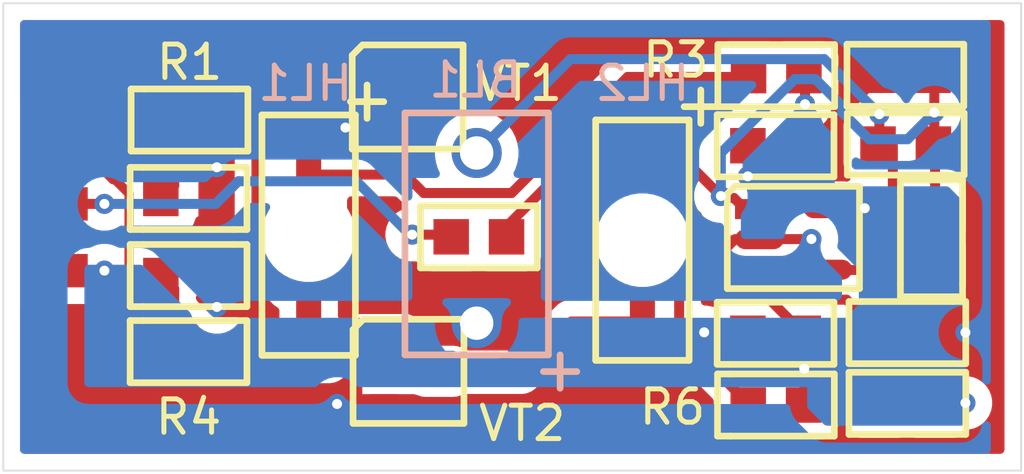
<source format=kicad_pcb>
(kicad_pcb (version 20241229) (generator "pcbnew") (generator_version "9.0")
  (layers (0 "F.Cu" signal "Top Layer") (2 "B.Cu" signal "Bottom Layer") (13 "F.Paste" user "Top Paste") (15 "B.Paste" user "Bottom Paste") (5 "F.SilkS" user "Top Overlay") (7 "B.SilkS" user "Bottom Overlay") (1 "F.Mask" user "Top Solder") (3 "B.Mask" user "Bottom Solder") (25 "Edge.Cuts" user))
  (net 0 "")
  (net 1 "Net-(BL1-Pad2)")
  (net 2 "OUT")
  (net 3 "Net-(C2-Pad1)")
  (net 4 "Net-(DD1-Pad3)")
  (net 5 "Net-(HL1-Pad1)")
  (net 6 "Net-(VT1-D)")
  (net 7 "Net-(VT2-D)")
  (net 8 "Net-(HL2-Pad1)")
  (net 9 "Net-(VT1-G)")
  (net 10 "IN")
  (net 11 "GND")
  (net 12 "+5")
  (net 13 "Net-(VT2-G)")
  (footprint "ECAD-libs:R0603" (layer "F.Cu") (at 147.5 105)
    (property "Reference" "R10" (hide yes))
    (property "Value" "Resistor" (hide yes))
    (property "REFERENCE" "R" (hide yes))
    (fp_line (start -1.75 -0.93107) (end -1.36124 -0.93107) (stroke (width 0.2)) (layer "F.SilkS"))
    (fp_line (start -1.75 0.93107) (end -1.75 -0.93107) (stroke (width 0.2)) (layer "F.SilkS"))
    (fp_line (start -1.75 0.93107) (end -1.36124 0.93107) (stroke (width 0.2)) (layer "F.SilkS"))
    (fp_line (start -1.36124 -0.93107) (end 1.36124 -0.93107) (stroke (width 0.2)) (layer "F.SilkS"))
    (fp_line (start -1.36124 0.93107) (end 1.36124 0.93107) (stroke (width 0.2)) (layer "F.SilkS"))
    (fp_line (start 1.36124 -0.93107) (end 1.75 -0.93107) (stroke (width 0.2)) (layer "F.SilkS"))
    (fp_line (start 1.36124 0.93107) (end 1.75 0.93107) (stroke (width 0.2)) (layer "F.SilkS"))
    (fp_line (start 1.75 0.93107) (end 1.75 -0.93107) (stroke (width 0.2)) (layer "F.SilkS"))
    (pad "1" smd rect (at -0.82939 0) (size 1.0637 1.06213) (layers "F.Cu" "F.Mask" "F.Paste") (net 2 "OUT"))
    (pad "2" smd rect (at 0.82939 0) (size 1.0637 1.06213) (layers "F.Cu" "F.Mask" "F.Paste") (net 3 "Net-(C2-Pad1)"))
    (zone (net 0) (net_name "") (layer "F.Cu") (connect_pads (clearance 0)) (min_thickness 0.25)
      (keepout (tracks allowed) (vias allowed) (pads allowed) (copperpour not_allowed) (footprints allowed))
      (fill (thermal_gap 0.5) (thermal_bridge_width 0.5))
      (polygon (pts (xy 147.20246 104.46893) (xy 147.79754 104.46893) (xy 147.79754 105.53107) (xy 147.20246 105.53107)))
    )
  )
  (footprint "ECAD-libs:R0603" (layer "F.Cu") (at 160.34 109.99)
    (property "Reference" "R8" (hide yes))
    (property "Value" "Resistor" (hide yes))
    (property "REFERENCE" "R" (hide yes))
    (fp_line (start -1.75 -0.93107) (end -1.36124 -0.93107) (stroke (width 0.2)) (layer "F.SilkS"))
    (fp_line (start -1.75 0.93107) (end -1.75 -0.93107) (stroke (width 0.2)) (layer "F.SilkS"))
    (fp_line (start -1.75 0.93107) (end -1.36124 0.93107) (stroke (width 0.2)) (layer "F.SilkS"))
    (fp_line (start -1.36124 -0.93107) (end 1.36124 -0.93107) (stroke (width 0.2)) (layer "F.SilkS"))
    (fp_line (start -1.36124 0.93107) (end 1.36124 0.93107) (stroke (width 0.2)) (layer "F.SilkS"))
    (fp_line (start 1.36124 -0.93107) (end 1.75 -0.93107) (stroke (width 0.2)) (layer "F.SilkS"))
    (fp_line (start 1.36124 0.93107) (end 1.75 0.93107) (stroke (width 0.2)) (layer "F.SilkS"))
    (fp_line (start 1.75 0.93107) (end 1.75 -0.93107) (stroke (width 0.2)) (layer "F.SilkS"))
    (pad "1" smd rect (at -0.82939 0) (size 1.0637 1.06213) (layers "F.Cu" "F.Mask" "F.Paste") (net 4 "Net-(DD1-Pad3)"))
    (pad "2" smd rect (at 0.82939 0) (size 1.0637 1.06213) (layers "F.Cu" "F.Mask" "F.Paste") (net 12 "+5"))
    (zone (net 0) (net_name "") (layer "F.Cu") (connect_pads (clearance 0)) (min_thickness 0.25)
      (keepout (tracks allowed) (vias allowed) (pads allowed) (copperpour not_allowed) (footprints allowed))
      (fill (thermal_gap 0.5) (thermal_bridge_width 0.5))
      (polygon (pts (xy 160.04246 109.45893) (xy 160.63754 109.45893) (xy 160.63754 110.52107) (xy 160.04246 110.52107)))
    )
  )
  (footprint "" (layer "F.Cu") (at 134.78005 102.013095)
    (property "Reference" "" (at 0 0 0) (layer "F.SilkS") (effects (font (size 1.27 1.27))))
    (property "Value" "")
    (pad "2" smd rect (at 0 0 180) (size 2 1) (layers "F.Cu" "F.Mask" "F.Paste") (net 10 "IN"))
  )
  (footprint "ECAD-libs:VSMY2850RG" (layer "F.Cu") (at 142.4 104.95 -90)
    (property "Reference" "HL1" (at -4.55 0.1 180) (layer "B.SilkS") (effects (justify mirror)))
    (property "Value" "LED")
    (property "REFERENCE" "HL" (hide yes))
    (fp_line (start -3.602 1.4) (end 3.602 1.4) (stroke (width 0.2)) (layer "F.SilkS"))
    (fp_line (start -3.602 1.4) (end -3.602 -1.4) (stroke (width 0.2)) (layer "F.SilkS"))
    (fp_line (start 3.602 1.4) (end 3.602 -1.4) (stroke (width 0.2)) (layer "F.SilkS"))
    (fp_line (start -4 -1.25) (end -4 -2.25) (stroke (width 0.2)) (layer "F.SilkS"))
    (fp_line (start -3.602 -1.4) (end 3.602 -1.4) (stroke (width 0.2)) (layer "F.SilkS"))
    (fp_line (start -4.5 -1.75) (end -3.5 -1.75) (stroke (width 0.2)) (layer "F.SilkS"))
    (pad "" np_thru_hole circle (at 0 0 270) (size 2.3 2.3) (drill 2.3) (layers "*.Cu" "*.Mask"))
    (pad "1" smd rect (at -2.5 0 90) (size 1.7 0.75) (layers "F.Cu" "F.Mask" "F.Paste") (net 5 "Net-(HL1-Pad1)"))
    (pad "2" smd rect (at 2.5 0 90) (size 1.7 0.75) (layers "F.Cu" "F.Mask" "F.Paste") (net 6 "Net-(VT1-D)"))
    (zone (net 0) (net_name "") (layer "F.Cu") (connect_pads (clearance 0)) (min_thickness 0.25)
      (keepout (tracks allowed) (vias allowed) (pads allowed) (copperpour not_allowed) (footprints allowed))
      (fill (thermal_gap 0.5) (thermal_bridge_width 0.5))
      (polygon (pts (xy 143.54999 103.3) (xy 143.54999 106.6) (xy 141.24999 106.6) (xy 141.24999 103.3)))
    )
  )
  (footprint "ECAD-libs:C1206" (layer "F.Cu") (at 156.39 107.89 180)
    (property "Reference" "C3" (hide yes))
    (property "Value" "Capacitor" (hide yes))
    (property "REFERENCE" "C" (hide yes))
    (fp_line (start 1.75008 0.93098) (end 1.75008 -0.93115) (stroke (width 0.2)) (layer "F.SilkS"))
    (fp_line (start 1.36132 0.93098) (end 1.75008 0.93098) (stroke (width 0.2)) (layer "F.SilkS"))
    (fp_line (start 1.36132 -0.93115) (end 1.75008 -0.93115) (stroke (width 0.2)) (layer "F.SilkS"))
    (fp_line (start -1.36116 0.93098) (end 1.36132 0.93098) (stroke (width 0.2)) (layer "F.SilkS"))
    (fp_line (start -1.36116 -0.93115) (end 1.36132 -0.93115) (stroke (width 0.2)) (layer "F.SilkS"))
    (fp_line (start -1.74992 0.93098) (end -1.36116 0.93098) (stroke (width 0.2)) (layer "F.SilkS"))
    (fp_line (start -1.74992 0.93098) (end -1.74992 -0.93115) (stroke (width 0.2)) (layer "F.SilkS"))
    (fp_line (start -1.74992 -0.93115) (end -1.36116 -0.93115) (stroke (width 0.2)) (layer "F.SilkS"))
    (pad "1" smd rect (at -0.82931 -0.00008 180) (size 1.0637 1.06213) (layers "F.Cu" "F.Mask" "F.Paste") (net 11 "GND"))
    (pad "2" smd rect (at 0.82947 -0.00008 180) (size 1.0637 1.06213) (layers "F.Cu" "F.Mask" "F.Paste") (net 12 "+5"))
    (zone (net 0) (net_name "") (layer "F.Cu") (connect_pads (clearance 0)) (min_thickness 0.25)
      (keepout (tracks allowed) (vias allowed) (pads allowed) (copperpour not_allowed) (footprints allowed))
      (fill (thermal_gap 0.5) (thermal_bridge_width 0.5))
      (polygon (pts (xy 156.68745 108.42115) (xy 156.09238 108.42115) (xy 156.09238 107.35902) (xy 156.68745 107.35902)))
    )
  )
  (footprint "" (layer "F.Cu") (at 134.78005 104.013095)
    (property "Reference" "" (at 0 0 0) (layer "F.SilkS") (effects (font (size 1.27 1.27))))
    (property "Value" "")
    (pad "2" smd rect (at 0 0 180) (size 2 1) (layers "F.Cu" "F.Mask" "F.Paste") (net 2 "OUT"))
  )
  (footprint "ECAD-libs:R0603" (layer "F.Cu") (at 160.33939 107.87 180)
    (property "Reference" "R7" (hide yes))
    (property "Value" "Resistor" (hide yes))
    (property "REFERENCE" "R" (hide yes))
    (fp_line (start 1.75 0.93107) (end 1.75 -0.93107) (stroke (width 0.2)) (layer "F.SilkS"))
    (fp_line (start 1.36124 0.93107) (end 1.75 0.93107) (stroke (width 0.2)) (layer "F.SilkS"))
    (fp_line (start 1.36124 -0.93107) (end 1.75 -0.93107) (stroke (width 0.2)) (layer "F.SilkS"))
    (fp_line (start -1.36124 0.93107) (end 1.36124 0.93107) (stroke (width 0.2)) (layer "F.SilkS"))
    (fp_line (start -1.36124 -0.93107) (end 1.36124 -0.93107) (stroke (width 0.2)) (layer "F.SilkS"))
    (fp_line (start -1.75 0.93107) (end -1.36124 0.93107) (stroke (width 0.2)) (layer "F.SilkS"))
    (fp_line (start -1.75 0.93107) (end -1.75 -0.93107) (stroke (width 0.2)) (layer "F.SilkS"))
    (fp_line (start -1.75 -0.93107) (end -1.36124 -0.93107) (stroke (width 0.2)) (layer "F.SilkS"))
    (pad "1" smd rect (at -0.82939 0 180) (size 1.0637 1.06213) (layers "F.Cu" "F.Mask" "F.Paste") (net 11 "GND"))
    (pad "2" smd rect (at 0.82939 0 180) (size 1.0637 1.06213) (layers "F.Cu" "F.Mask" "F.Paste") (net 4 "Net-(DD1-Pad3)"))
    (zone (net 0) (net_name "") (layer "F.Cu") (connect_pads (clearance 0)) (min_thickness 0.25)
      (keepout (tracks allowed) (vias allowed) (pads allowed) (copperpour not_allowed) (footprints allowed))
      (fill (thermal_gap 0.5) (thermal_bridge_width 0.5))
      (polygon (pts (xy 160.63693 108.40107) (xy 160.04185 108.40107) (xy 160.04185 107.33893) (xy 160.63693 107.33893)))
    )
  )
  (footprint "ECAD-libs:C1206" (layer "F.Cu") (at 160.28 100.16)
    (property "Reference" "C4" (hide yes))
    (property "Value" "Capacitor" (hide yes))
    (property "REFERENCE" "C" (hide yes))
    (fp_line (start -1.74992 -0.93115) (end -1.36116 -0.93115) (stroke (width 0.2)) (layer "F.SilkS"))
    (fp_line (start -1.74992 0.93098) (end -1.74992 -0.93115) (stroke (width 0.2)) (layer "F.SilkS"))
    (fp_line (start -1.74992 0.93098) (end -1.36116 0.93098) (stroke (width 0.2)) (layer "F.SilkS"))
    (fp_line (start -1.36116 -0.93115) (end 1.36132 -0.93115) (stroke (width 0.2)) (layer "F.SilkS"))
    (fp_line (start -1.36116 0.93098) (end 1.36132 0.93098) (stroke (width 0.2)) (layer "F.SilkS"))
    (fp_line (start 1.36132 -0.93115) (end 1.75008 -0.93115) (stroke (width 0.2)) (layer "F.SilkS"))
    (fp_line (start 1.36132 0.93098) (end 1.75008 0.93098) (stroke (width 0.2)) (layer "F.SilkS"))
    (fp_line (start 1.75008 0.93098) (end 1.75008 -0.93115) (stroke (width 0.2)) (layer "F.SilkS"))
    (pad "1" smd rect (at -0.82931 -0.00008) (size 1.0637 1.06213) (layers "F.Cu" "F.Mask" "F.Paste") (net 11 "GND"))
    (pad "2" smd rect (at 0.82947 -0.00008) (size 1.0637 1.06213) (layers "F.Cu" "F.Mask" "F.Paste") (net 3 "Net-(C2-Pad1)"))
    (zone (net 0) (net_name "") (layer "F.Cu") (connect_pads (clearance 0)) (min_thickness 0.25)
      (keepout (tracks allowed) (vias allowed) (pads allowed) (copperpour not_allowed) (footprints allowed))
      (fill (thermal_gap 0.5) (thermal_bridge_width 0.5))
      (polygon (pts (xy 159.98255 99.62885) (xy 160.57762 99.62885) (xy 160.57762 100.69098) (xy 159.98255 100.69098)))
    )
  )
  (footprint "ECAD-libs:R0603" (layer "F.Cu") (at 156.40061 110.04 180)
    (property "Reference" "R6" (at 3.10061 -0.06 180) (layer "F.SilkS"))
    (property "Value" "Resistor" (hide yes))
    (property "REFERENCE" "R" (hide yes))
    (fp_line (start 1.75 0.93107) (end 1.75 -0.93107) (stroke (width 0.2)) (layer "F.SilkS"))
    (fp_line (start 1.36124 0.93107) (end 1.75 0.93107) (stroke (width 0.2)) (layer "F.SilkS"))
    (fp_line (start 1.36124 -0.93107) (end 1.75 -0.93107) (stroke (width 0.2)) (layer "F.SilkS"))
    (fp_line (start -1.36124 0.93107) (end 1.36124 0.93107) (stroke (width 0.2)) (layer "F.SilkS"))
    (fp_line (start -1.36124 -0.93107) (end 1.36124 -0.93107) (stroke (width 0.2)) (layer "F.SilkS"))
    (fp_line (start -1.75 0.93107) (end -1.36124 0.93107) (stroke (width 0.2)) (layer "F.SilkS"))
    (fp_line (start -1.75 0.93107) (end -1.75 -0.93107) (stroke (width 0.2)) (layer "F.SilkS"))
    (fp_line (start -1.75 -0.93107) (end -1.36124 -0.93107) (stroke (width 0.2)) (layer "F.SilkS"))
    (pad "1" smd rect (at -0.82939 0 180) (size 1.0637 1.06213) (layers "F.Cu" "F.Mask" "F.Paste") (net 12 "+5"))
    (pad "2" smd rect (at 0.82939 0 180) (size 1.0637 1.06213) (layers "F.Cu" "F.Mask" "F.Paste") (net 8 "Net-(HL2-Pad1)"))
    (zone (net 0) (net_name "") (layer "F.Cu") (connect_pads (clearance 0)) (min_thickness 0.25)
      (keepout (tracks allowed) (vias allowed) (pads allowed) (copperpour not_allowed) (footprints allowed))
      (fill (thermal_gap 0.5) (thermal_bridge_width 0.5))
      (polygon (pts (xy 156.69815 110.57107) (xy 156.10307 110.57107) (xy 156.10307 109.50893) (xy 156.69815 109.50893)))
    )
  )
  (footprint "ECAD-libs:R0603" (layer "F.Cu") (at 138.8 103.85 180)
    (property "Reference" "R2" (hide yes))
    (property "Value" "Resistor" (hide yes))
    (property "REFERENCE" "R" (hide yes))
    (fp_line (start 1.75 0.93107) (end 1.75 -0.93107) (stroke (width 0.2)) (layer "F.SilkS"))
    (fp_line (start 1.36124 0.93107) (end 1.75 0.93107) (stroke (width 0.2)) (layer "F.SilkS"))
    (fp_line (start 1.36124 -0.93107) (end 1.75 -0.93107) (stroke (width 0.2)) (layer "F.SilkS"))
    (fp_line (start -1.36124 0.93107) (end 1.36124 0.93107) (stroke (width 0.2)) (layer "F.SilkS"))
    (fp_line (start -1.36124 -0.93107) (end 1.36124 -0.93107) (stroke (width 0.2)) (layer "F.SilkS"))
    (fp_line (start -1.75 0.93107) (end -1.36124 0.93107) (stroke (width 0.2)) (layer "F.SilkS"))
    (fp_line (start -1.75 0.93107) (end -1.75 -0.93107) (stroke (width 0.2)) (layer "F.SilkS"))
    (fp_line (start -1.75 -0.93107) (end -1.36124 -0.93107) (stroke (width 0.2)) (layer "F.SilkS"))
    (pad "1" smd rect (at -0.82939 0 180) (size 1.0637 1.06213) (layers "F.Cu" "F.Mask" "F.Paste") (net 11 "GND"))
    (pad "2" smd rect (at 0.82939 0 180) (size 1.0637 1.06213) (layers "F.Cu" "F.Mask" "F.Paste") (net 9 "Net-(VT1-G)"))
    (zone (net 0) (net_name "") (layer "F.Cu") (connect_pads (clearance 0)) (min_thickness 0.25)
      (keepout (tracks allowed) (vias allowed) (pads allowed) (copperpour not_allowed) (footprints allowed))
      (fill (thermal_gap 0.5) (thermal_bridge_width 0.5))
      (polygon (pts (xy 139.09754 104.38107) (xy 138.50246 104.38107) (xy 138.50246 103.31893) (xy 139.09754 103.31893)))
    )
  )
  (footprint "" (layer "F.Cu") (at 134.78005 106.013095)
    (property "Reference" "" (at 0 0 0) (layer "F.SilkS") (effects (font (size 1.27 1.27))))
    (property "Value" "")
    (pad "2" smd rect (at 0 0 180) (size 2 1) (layers "F.Cu" "F.Mask" "F.Paste") (net 12 "+5"))
  )
  (footprint "" (layer "F.Cu") (at 134.78005 108.013095)
    (property "Reference" "" (at 0 0 0) (layer "F.SilkS") (effects (font (size 1.27 1.27))))
    (property "Value" "")
    (pad "2" smd rect (at 0 0 180) (size 2 1) (layers "F.Cu" "F.Mask" "F.Paste") (net 11 "GND"))
  )
  (footprint "ECAD-libs:R0603" (layer "F.Cu") (at 138.8 108.44)
    (property "Reference" "R4" (at 0 1.96 0) (layer "F.SilkS"))
    (property "Value" "Resistor" (hide yes))
    (property "REFERENCE" "R" (hide yes))
    (fp_line (start -1.75 -0.93107) (end -1.36124 -0.93107) (stroke (width 0.2)) (layer "F.SilkS"))
    (fp_line (start -1.75 0.93107) (end -1.75 -0.93107) (stroke (width 0.2)) (layer "F.SilkS"))
    (fp_line (start -1.75 0.93107) (end -1.36124 0.93107) (stroke (width 0.2)) (layer "F.SilkS"))
    (fp_line (start -1.36124 -0.93107) (end 1.36124 -0.93107) (stroke (width 0.2)) (layer "F.SilkS"))
    (fp_line (start -1.36124 0.93107) (end 1.36124 0.93107) (stroke (width 0.2)) (layer "F.SilkS"))
    (fp_line (start 1.36124 -0.93107) (end 1.75 -0.93107) (stroke (width 0.2)) (layer "F.SilkS"))
    (fp_line (start 1.36124 0.93107) (end 1.75 0.93107) (stroke (width 0.2)) (layer "F.SilkS"))
    (fp_line (start 1.75 0.93107) (end 1.75 -0.93107) (stroke (width 0.2)) (layer "F.SilkS"))
    (pad "1" smd rect (at -0.82939 0) (size 1.0637 1.06213) (layers "F.Cu" "F.Mask" "F.Paste") (net 10 "IN"))
    (pad "2" smd rect (at 0.82939 0) (size 1.0637 1.06213) (layers "F.Cu" "F.Mask" "F.Paste") (net 13 "Net-(VT2-G)"))
    (zone (net 0) (net_name "") (layer "F.Cu") (connect_pads (clearance 0)) (min_thickness 0.25)
      (keepout (tracks allowed) (vias allowed) (pads allowed) (copperpour not_allowed) (footprints allowed))
      (fill (thermal_gap 0.5) (thermal_bridge_width 0.5))
      (polygon (pts (xy 138.50246 107.90893) (xy 139.09754 107.90893) (xy 139.09754 108.97107) (xy 138.50246 108.97107)))
    )
  )
  (footprint "ECAD-libs:IRLML" (layer "F.Cu") (at 145.48 109.03)
    (property "Reference" "VT2" (at 3.32 1.56 0) (layer "F.SilkS"))
    (property "Value" "IRLML6244TRPBF" (hide yes))
    (property "REFERENCE" "VT" (hide yes))
    (fp_line (start -1.75 -1.25) (end -1.44 -1.56) (stroke (width 0.2)) (layer "F.SilkS"))
    (fp_line (start -1.75 1.56) (end -1.75 -1.25) (stroke (width 0.2)) (layer "F.SilkS"))
    (fp_line (start -1.75 1.56) (end 1.57231 1.56) (stroke (width 0.2)) (layer "F.SilkS"))
    (fp_line (start -1.44 -1.56) (end 1.57231 -1.56) (stroke (width 0.2)) (layer "F.SilkS"))
    (fp_line (start 1.57231 1.56) (end 1.57231 -1.56) (stroke (width 0.2)) (layer "F.SilkS"))
    (pad "1" smd rect (at -0.83513 -0.95) (size 1.27435 0.53213) (layers "F.Cu" "F.Mask" "F.Paste") (net 13 "Net-(VT2-G)"))
    (pad "2" smd roundrect (at -0.83513 0.95) (size 1.27435 0.53213) (layers "F.Cu" "F.Mask" "F.Paste") (roundrect_rratio 0.5) (net 11 "GND"))
    (pad "3" smd roundrect (at 0.83513 0) (size 1.27435 0.53213) (layers "F.Cu" "F.Mask" "F.Paste") (roundrect_rratio 0.5) (net 7 "Net-(VT2-D)"))
    (zone (net 0) (net_name "") (layer "F.Cu") (connect_pads (clearance 0)) (min_thickness 0.25)
      (keepout (tracks allowed) (vias allowed) (pads allowed) (copperpour not_allowed) (footprints allowed))
      (fill (thermal_gap 0.5) (thermal_bridge_width 0.5))
      (polygon (pts (xy 144.0077 108.34607) (xy 145.67796 108.34607) (xy 145.67796 109.71393) (xy 144.0077 109.71393)))
    )
  )
  (footprint "ECAD-libs:IRLML" (layer "F.Cu") (at 145.45487 100.81)
    (property "Reference" "VT1" (at 3.24513 -0.41 0) (layer "F.SilkS"))
    (property "Value" "IRLML6244TRPBF" (hide yes))
    (property "REFERENCE" "VT" (hide yes))
    (fp_line (start -1.75 -1.25) (end -1.44 -1.56) (stroke (width 0.2)) (layer "F.SilkS"))
    (fp_line (start -1.75 1.56) (end -1.75 -1.25) (stroke (width 0.2)) (layer "F.SilkS"))
    (fp_line (start -1.75 1.56) (end 1.57231 1.56) (stroke (width 0.2)) (layer "F.SilkS"))
    (fp_line (start -1.44 -1.56) (end 1.57231 -1.56) (stroke (width 0.2)) (layer "F.SilkS"))
    (fp_line (start 1.57231 1.56) (end 1.57231 -1.56) (stroke (width 0.2)) (layer "F.SilkS"))
    (pad "1" smd rect (at -0.83513 -0.95) (size 1.27435 0.53213) (layers "F.Cu" "F.Mask" "F.Paste") (net 9 "Net-(VT1-G)"))
    (pad "2" smd roundrect (at -0.83513 0.95) (size 1.27435 0.53213) (layers "F.Cu" "F.Mask" "F.Paste") (roundrect_rratio 0.5) (net 11 "GND"))
    (pad "3" smd roundrect (at 0.83513 0) (size 1.27435 0.53213) (layers "F.Cu" "F.Mask" "F.Paste") (roundrect_rratio 0.5) (net 6 "Net-(VT1-D)"))
    (zone (net 0) (net_name "") (layer "F.Cu") (connect_pads (clearance 0)) (min_thickness 0.25)
      (keepout (tracks allowed) (vias allowed) (pads allowed) (copperpour not_allowed) (footprints allowed))
      (fill (thermal_gap 0.5) (thermal_bridge_width 0.5))
      (polygon (pts (xy 143.98257 100.12607) (xy 145.65283 100.12607) (xy 145.65283 101.49393) (xy 143.98257 101.49393)))
    )
  )
  (footprint "ECAD-libs:R0603" (layer "F.Cu") (at 160.29 102.22 180)
    (property "Reference" "R9" (hide yes))
    (property "Value" "Resistor" (hide yes))
    (property "REFERENCE" "R" (hide yes))
    (fp_line (start 1.75 0.93107) (end 1.75 -0.93107) (stroke (width 0.2)) (layer "F.SilkS"))
    (fp_line (start 1.36124 0.93107) (end 1.75 0.93107) (stroke (width 0.2)) (layer "F.SilkS"))
    (fp_line (start 1.36124 -0.93107) (end 1.75 -0.93107) (stroke (width 0.2)) (layer "F.SilkS"))
    (fp_line (start -1.36124 0.93107) (end 1.36124 0.93107) (stroke (width 0.2)) (layer "F.SilkS"))
    (fp_line (start -1.36124 -0.93107) (end 1.36124 -0.93107) (stroke (width 0.2)) (layer "F.SilkS"))
    (fp_line (start -1.75 0.93107) (end -1.36124 0.93107) (stroke (width 0.2)) (layer "F.SilkS"))
    (fp_line (start -1.75 0.93107) (end -1.75 -0.93107) (stroke (width 0.2)) (layer "F.SilkS"))
    (fp_line (start -1.75 -0.93107) (end -1.36124 -0.93107) (stroke (width 0.2)) (layer "F.SilkS"))
    (pad "1" smd rect (at -0.82939 0 180) (size 1.0637 1.06213) (layers "F.Cu" "F.Mask" "F.Paste") (net 3 "Net-(C2-Pad1)"))
    (pad "2" smd rect (at 0.82939 0 180) (size 1.0637 1.06213) (layers "F.Cu" "F.Mask" "F.Paste") (net 1 "Net-(BL1-Pad2)"))
    (zone (net 0) (net_name "") (layer "F.Cu") (connect_pads (clearance 0)) (min_thickness 0.25)
      (keepout (tracks allowed) (vias allowed) (pads allowed) (copperpour not_allowed) (footprints allowed))
      (fill (thermal_gap 0.5) (thermal_bridge_width 0.5))
      (polygon (pts (xy 160.58754 102.75107) (xy 159.99246 102.75107) (xy 159.99246 101.68893) (xy 160.58754 101.68893)))
    )
  )
  (footprint "ECAD-libs:TLV6001" (layer "F.Cu") (at 156.92545 105.046375)
    (property "Reference" "DD1" (hide yes))
    (property "Value" "TLV6001IDBVT" (hide yes))
    (property "REFERENCE" "DD" (hide yes))
    (fp_line (start -1.98185 -1.33194) (end -1.75524 -1.55854) (stroke (width 0.2)) (layer "F.SilkS"))
    (fp_line (start -1.98185 1.50482) (end -1.98185 -1.33194) (stroke (width 0.2)) (layer "F.SilkS"))
    (fp_line (start -1.98185 1.50482) (end 1.98014 1.50482) (stroke (width 0.2)) (layer "F.SilkS"))
    (fp_line (start -1.75524 -1.55854) (end 1.98014 -1.55854) (stroke (width 0.2)) (layer "F.SilkS"))
    (fp_line (start 1.98014 1.50482) (end 1.98014 -1.55854) (stroke (width 0.2)) (layer "F.SilkS"))
    (pad "1" smd rect (at -1.01832 -0.87769) (size 1.46395 0.6) (layers "F.Cu" "F.Mask" "F.Paste") (net 3 "Net-(C2-Pad1)"))
    (pad "2" smd roundrect (at -1.01832 0.02458) (size 1.46395 0.6) (layers "F.Cu" "F.Mask" "F.Paste") (roundrect_rratio 0.5) (net 11 "GND"))
    (pad "3" smd roundrect (at -1.01832 0.92686) (size 1.46395 0.6) (layers "F.Cu" "F.Mask" "F.Paste") (roundrect_rratio 0.5) (net 4 "Net-(DD1-Pad3)"))
    (pad "4" smd roundrect (at 1.03259 0.93901) (size 1.46395 0.6) (layers "F.Cu" "F.Mask" "F.Paste") (roundrect_rratio 0.5) (net 1 "Net-(BL1-Pad2)"))
    (pad "5" smd roundrect (at 1.03259 -0.90583) (size 1.46395 0.6) (layers "F.Cu" "F.Mask" "F.Paste") (roundrect_rratio 0.5) (net 12 "+5"))
    (zone (net 0) (net_name "") (layer "F.Cu") (connect_pads (clearance 0)) (min_thickness 0.25)
      (keepout (tracks allowed) (vias allowed) (pads allowed) (copperpour not_allowed) (footprints allowed))
      (fill (thermal_gap 0.5) (thermal_bridge_width 0.5))
      (polygon (pts (xy 155.95536 104.396375) (xy 155.95536 105.696375) (xy 158.32753 105.696375) (xy 158.32753 104.396375)))
    )
  )
  (footprint "ECAD-libs:VSMY2850RG" (layer "F.Cu") (at 152.4 105.1 -90)
    (property "Reference" "HL2" (at -4.7 0 180) (layer "B.SilkS") (effects (justify mirror)))
    (property "Value" "LED" (hide yes))
    (property "REFERENCE" "HL" (hide yes))
    (fp_line (start -3.602 1.4) (end 3.602 1.4) (stroke (width 0.2)) (layer "F.SilkS"))
    (fp_line (start -3.602 1.4) (end -3.602 -1.4) (stroke (width 0.2)) (layer "F.SilkS"))
    (fp_line (start 3.602 1.4) (end 3.602 -1.4) (stroke (width 0.2)) (layer "F.SilkS"))
    (fp_line (start -4 -1.25) (end -4 -2.25) (stroke (width 0.2)) (layer "F.SilkS"))
    (fp_line (start -3.602 -1.4) (end 3.602 -1.4) (stroke (width 0.2)) (layer "F.SilkS"))
    (fp_line (start -4.5 -1.75) (end -3.5 -1.75) (stroke (width 0.2)) (layer "F.SilkS"))
    (pad "" np_thru_hole circle (at 0 0 270) (size 2.3 2.3) (drill 2.3) (layers "*.Cu" "*.Mask"))
    (pad "1" smd rect (at -2.5 0 90) (size 1.7 0.75) (layers "F.Cu" "F.Mask" "F.Paste") (net 8 "Net-(HL2-Pad1)"))
    (pad "2" smd rect (at 2.5 0 90) (size 1.7 0.75) (layers "F.Cu" "F.Mask" "F.Paste") (net 7 "Net-(VT2-D)"))
    (zone (net 0) (net_name "") (layer "F.Cu") (connect_pads (clearance 0)) (min_thickness 0.25)
      (keepout (tracks allowed) (vias allowed) (pads allowed) (copperpour not_allowed) (footprints allowed))
      (fill (thermal_gap 0.5) (thermal_bridge_width 0.5))
      (polygon (pts (xy 153.54999 103.45) (xy 153.54999 106.75) (xy 151.24999 106.75) (xy 151.24999 103.45)))
    )
  )
  (footprint "ECAD-libs:R0603" (layer "F.Cu") (at 138.82939 101.5)
    (property "Reference" "R1" (at 0 -1.73107 0) (layer "F.SilkS"))
    (property "Value" "Resistor" (hide yes))
    (property "REFERENCE" "R" (hide yes))
    (fp_line (start -1.75 -0.93107) (end -1.36124 -0.93107) (stroke (width 0.2)) (layer "F.SilkS"))
    (fp_line (start -1.75 0.93107) (end -1.75 -0.93107) (stroke (width 0.2)) (layer "F.SilkS"))
    (fp_line (start -1.75 0.93107) (end -1.36124 0.93107) (stroke (width 0.2)) (layer "F.SilkS"))
    (fp_line (start -1.36124 -0.93107) (end 1.36124 -0.93107) (stroke (width 0.2)) (layer "F.SilkS"))
    (fp_line (start -1.36124 0.93107) (end 1.36124 0.93107) (stroke (width 0.2)) (layer "F.SilkS"))
    (fp_line (start 1.36124 -0.93107) (end 1.75 -0.93107) (stroke (width 0.2)) (layer "F.SilkS"))
    (fp_line (start 1.36124 0.93107) (end 1.75 0.93107) (stroke (width 0.2)) (layer "F.SilkS"))
    (fp_line (start 1.75 0.93107) (end 1.75 -0.93107) (stroke (width 0.2)) (layer "F.SilkS"))
    (pad "1" smd rect (at -0.82939 0) (size 1.0637 1.06213) (layers "F.Cu" "F.Mask" "F.Paste") (net 10 "IN"))
    (pad "2" smd rect (at 0.82939 0) (size 1.0637 1.06213) (layers "F.Cu" "F.Mask" "F.Paste") (net 9 "Net-(VT1-G)"))
    (zone (net 0) (net_name "") (layer "F.Cu") (connect_pads (clearance 0)) (min_thickness 0.25)
      (keepout (tracks allowed) (vias allowed) (pads allowed) (copperpour not_allowed) (footprints allowed))
      (fill (thermal_gap 0.5) (thermal_bridge_width 0.5))
      (polygon (pts (xy 138.53185 100.96893) (xy 139.12693 100.96893) (xy 139.12693 102.03107) (xy 138.53185 102.03107)))
    )
  )
  (footprint "ECAD-libs:R0603" (layer "F.Cu") (at 156.41 100.17)
    (property "Reference" "R3" (at -3.01 -0.47 0) (layer "F.SilkS"))
    (property "Value" "Resistor" (hide yes))
    (property "REFERENCE" "R" (hide yes))
    (fp_line (start -1.75 -0.93107) (end -1.36124 -0.93107) (stroke (width 0.2)) (layer "F.SilkS"))
    (fp_line (start -1.75 0.93107) (end -1.75 -0.93107) (stroke (width 0.2)) (layer "F.SilkS"))
    (fp_line (start -1.75 0.93107) (end -1.36124 0.93107) (stroke (width 0.2)) (layer "F.SilkS"))
    (fp_line (start -1.36124 -0.93107) (end 1.36124 -0.93107) (stroke (width 0.2)) (layer "F.SilkS"))
    (fp_line (start -1.36124 0.93107) (end 1.36124 0.93107) (stroke (width 0.2)) (layer "F.SilkS"))
    (fp_line (start 1.36124 -0.93107) (end 1.75 -0.93107) (stroke (width 0.2)) (layer "F.SilkS"))
    (fp_line (start 1.36124 0.93107) (end 1.75 0.93107) (stroke (width 0.2)) (layer "F.SilkS"))
    (fp_line (start 1.75 0.93107) (end 1.75 -0.93107) (stroke (width 0.2)) (layer "F.SilkS"))
    (pad "1" smd rect (at -0.82939 0) (size 1.0637 1.06213) (layers "F.Cu" "F.Mask" "F.Paste") (net 5 "Net-(HL1-Pad1)"))
    (pad "2" smd rect (at 0.82939 0) (size 1.0637 1.06213) (layers "F.Cu" "F.Mask" "F.Paste") (net 12 "+5"))
    (zone (net 0) (net_name "") (layer "F.Cu") (connect_pads (clearance 0)) (min_thickness 0.25)
      (keepout (tracks allowed) (vias allowed) (pads allowed) (copperpour not_allowed) (footprints allowed))
      (fill (thermal_gap 0.5) (thermal_bridge_width 0.5))
      (polygon (pts (xy 156.11246 99.63893) (xy 156.70754 99.63893) (xy 156.70754 100.70107) (xy 156.11246 100.70107)))
    )
  )
  (footprint "ECAD-libs:C1206" (layer "F.Cu") (at 161.06212 105.046375 -90)
    (property "Reference" "C2" (hide yes))
    (property "Value" "Capacitor" (hide yes))
    (property "REFERENCE" "C" (hide yes))
    (fp_line (start -1.74992 0.93098) (end -1.36116 0.93098) (stroke (width 0.2)) (layer "F.SilkS"))
    (fp_line (start -1.74992 0.93098) (end -1.74992 -0.93115) (stroke (width 0.2)) (layer "F.SilkS"))
    (fp_line (start -1.36116 0.93098) (end 1.36132 0.93098) (stroke (width 0.2)) (layer "F.SilkS"))
    (fp_line (start 1.36132 0.93098) (end 1.75008 0.93098) (stroke (width 0.2)) (layer "F.SilkS"))
    (fp_line (start 1.75008 0.93098) (end 1.75008 -0.93115) (stroke (width 0.2)) (layer "F.SilkS"))
    (fp_line (start -1.74992 -0.93115) (end -1.36116 -0.93115) (stroke (width 0.2)) (layer "F.SilkS"))
    (fp_line (start -1.36116 -0.93115) (end 1.36132 -0.93115) (stroke (width 0.2)) (layer "F.SilkS"))
    (fp_line (start 1.36132 -0.93115) (end 1.75008 -0.93115) (stroke (width 0.2)) (layer "F.SilkS"))
    (pad "1" smd rect (at -0.82931 -0.00008 270) (size 1.0637 1.06213) (layers "F.Cu" "F.Mask" "F.Paste") (net 3 "Net-(C2-Pad1)"))
    (pad "2" smd rect (at 0.82947 -0.00008 270) (size 1.0637 1.06213) (layers "F.Cu" "F.Mask" "F.Paste") (net 1 "Net-(BL1-Pad2)"))
    (zone (net 0) (net_name "") (layer "F.Cu") (connect_pads (clearance 0)) (min_thickness 0.25)
      (keepout (tracks allowed) (vias allowed) (pads allowed) (copperpour not_allowed) (footprints allowed))
      (fill (thermal_gap 0.5) (thermal_bridge_width 0.5))
      (polygon (pts (xy 161.59327 104.748925) (xy 161.59327 105.343995) (xy 160.53114 105.343995) (xy 160.53114 104.748925)))
    )
  )
  (footprint "ECAD-libs:C1206" (layer "F.Cu") (at 156.39 102.27 180)
    (property "Reference" "C1" (hide yes))
    (property "Value" "Capacitor" (hide yes))
    (property "REFERENCE" "C" (hide yes))
    (fp_line (start 1.75008 0.93098) (end 1.75008 -0.93115) (stroke (width 0.2)) (layer "F.SilkS"))
    (fp_line (start 1.36132 0.93098) (end 1.75008 0.93098) (stroke (width 0.2)) (layer "F.SilkS"))
    (fp_line (start 1.36132 -0.93115) (end 1.75008 -0.93115) (stroke (width 0.2)) (layer "F.SilkS"))
    (fp_line (start -1.36116 0.93098) (end 1.36132 0.93098) (stroke (width 0.2)) (layer "F.SilkS"))
    (fp_line (start -1.36116 -0.93115) (end 1.36132 -0.93115) (stroke (width 0.2)) (layer "F.SilkS"))
    (fp_line (start -1.74992 0.93098) (end -1.36116 0.93098) (stroke (width 0.2)) (layer "F.SilkS"))
    (fp_line (start -1.74992 0.93098) (end -1.74992 -0.93115) (stroke (width 0.2)) (layer "F.SilkS"))
    (fp_line (start -1.74992 -0.93115) (end -1.36116 -0.93115) (stroke (width 0.2)) (layer "F.SilkS"))
    (pad "1" smd rect (at -0.82931 -0.00008 180) (size 1.0637 1.06213) (layers "F.Cu" "F.Mask" "F.Paste") (net 11 "GND"))
    (pad "2" smd rect (at 0.82947 -0.00008 180) (size 1.0637 1.06213) (layers "F.Cu" "F.Mask" "F.Paste") (net 12 "+5"))
    (zone (net 0) (net_name "") (layer "F.Cu") (connect_pads (clearance 0)) (min_thickness 0.25)
      (keepout (tracks allowed) (vias allowed) (pads allowed) (copperpour not_allowed) (footprints allowed))
      (fill (thermal_gap 0.5) (thermal_bridge_width 0.5))
      (polygon (pts (xy 156.68745 102.80115) (xy 156.09238 102.80115) (xy 156.09238 101.73902) (xy 156.68745 101.73902)))
    )
  )
  (footprint "ECAD-libs:R0603" (layer "F.Cu") (at 138.80061 106.16 180)
    (property "Reference" "R5" (hide yes))
    (property "Value" "Resistor" (hide yes))
    (property "REFERENCE" "R" (hide yes))
    (fp_line (start 1.75 0.93107) (end 1.75 -0.93107) (stroke (width 0.2)) (layer "F.SilkS"))
    (fp_line (start 1.36124 0.93107) (end 1.75 0.93107) (stroke (width 0.2)) (layer "F.SilkS"))
    (fp_line (start 1.36124 -0.93107) (end 1.75 -0.93107) (stroke (width 0.2)) (layer "F.SilkS"))
    (fp_line (start -1.36124 0.93107) (end 1.36124 0.93107) (stroke (width 0.2)) (layer "F.SilkS"))
    (fp_line (start -1.36124 -0.93107) (end 1.36124 -0.93107) (stroke (width 0.2)) (layer "F.SilkS"))
    (fp_line (start -1.75 0.93107) (end -1.36124 0.93107) (stroke (width 0.2)) (layer "F.SilkS"))
    (fp_line (start -1.75 0.93107) (end -1.75 -0.93107) (stroke (width 0.2)) (layer "F.SilkS"))
    (fp_line (start -1.75 -0.93107) (end -1.36124 -0.93107) (stroke (width 0.2)) (layer "F.SilkS"))
    (pad "1" smd rect (at -0.82939 0 180) (size 1.0637 1.06213) (layers "F.Cu" "F.Mask" "F.Paste") (net 11 "GND"))
    (pad "2" smd rect (at 0.82939 0 180) (size 1.0637 1.06213) (layers "F.Cu" "F.Mask" "F.Paste") (net 13 "Net-(VT2-G)"))
    (zone (net 0) (net_name "") (layer "F.Cu") (connect_pads (clearance 0)) (min_thickness 0.25)
      (keepout (tracks allowed) (vias allowed) (pads allowed) (copperpour not_allowed) (footprints allowed))
      (fill (thermal_gap 0.5) (thermal_bridge_width 0.5))
      (polygon (pts (xy 139.09815 106.69107) (xy 138.50307 106.69107) (xy 138.50307 105.62893) (xy 139.09815 105.62893)))
    )
  )
  (footprint "ECAD-libs:BPW34" (layer "B.Cu") (at 147.43481 105.036995 90)
    (property "Reference" "BL1" (at 4.736995 -0.03481 180) (layer "B.SilkS") (effects (justify mirror)))
    (property "Value" "Photodiode" (hide yes))
    (property "REFERENCE" "BL" (hide yes))
    (fp_line (start 3.75 -2.15) (end 3.75 -1.07) (stroke (width 0.2)) (layer "B.SilkS"))
    (fp_line (start -3.5 -2.15) (end 3.75 -2.15) (stroke (width 0.2)) (layer "B.SilkS"))
    (fp_line (start -3.5 -2.15) (end -3.5 2) (stroke (width 0.2)) (layer "B.SilkS"))
    (fp_line (start 3.75 -1.07) (end 3.75 2.15) (stroke (width 0.2)) (layer "B.SilkS"))
    (fp_line (start -3.5 1.07) (end -3.5 2.15) (stroke (width 0.2)) (layer "B.SilkS"))
    (fp_line (start -4 2) (end -4 3) (stroke (width 0.2)) (layer "B.SilkS"))
    (fp_line (start -3.5 2.15) (end 3.75 2.15) (stroke (width 0.2)) (layer "B.SilkS"))
    (fp_line (start -4.5 2.5) (end -3.5 2.5) (stroke (width 0.2)) (layer "B.SilkS"))
    (pad "1" thru_hole circle (at -2.55 0 270) (size 1.5 1.5) (drill 1) (layers "*.Cu" "*.Mask") (net 11 "GND"))
    (pad "2" thru_hole circle (at 2.55 0 270) (size 1.5 1.5) (drill 1) (layers "*.Cu" "*.Mask") (net 1 "Net-(BL1-Pad2)"))
    (zone (net 0) (net_name "") (layer "B.Cu") (connect_pads (clearance 0)) (min_thickness 0.25)
      (keepout (tracks allowed) (vias allowed) (pads allowed) (copperpour not_allowed) (footprints allowed))
      (fill (thermal_gap 0.5) (thermal_bridge_width 0.5))
      (polygon (pts (xy 145.50981 106.836995) (xy 149.35981 106.836995) (xy 149.35981 103.236995) (xy 145.50981 103.236995)))
    )
  )
  (gr_line (start 163.7511 112.003595) (end 163.7511 98.003595) (stroke (width 0.05)) (layer "Edge.Cuts"))
  (gr_line (start 163.7511 98.003595) (end 133.2511 98.003605) (stroke (width 0.05)) (layer "Edge.Cuts"))
  (gr_line (start 133.2511 112.003605) (end 163.7511 112.003595) (stroke (width 0.05)) (layer "Edge.Cuts"))
  (gr_line (start 133.2511 98.003605) (end 133.2511 112.003605) (stroke (width 0.05)) (layer "Edge.Cuts"))
  (segment (start 159.49975 102.256095) (end 159.78339 102.256095) (width 0.3) (layer "F.Cu") (net 1))
  (segment (start 157.96527 105.992605) (end 160.94544 105.992605) (width 0.3) (layer "F.Cu") (net 1))
  (segment (start 159.90437 105.875845) (end 159.90437 102.256095) (width 0.3) (layer "F.Cu") (net 1))
  (segment (start 159.49983 102.256015) (end 159.49983 101.325025) (width 0.3) (layer "F.Cu") (net 1))
  (segment (start 159.49975 102.256095) (end 159.49983 102.256015) (width 0.3) (layer "F.Cu") (net 1))
  (segment (start 160.94544 105.992605) (end 161.0622 105.875845) (width 0.3) (layer "F.Cu") (net 1))
  (segment (start 157.95804 105.985385) (end 157.96527 105.992605) (width 0.3) (layer "F.Cu") (net 1))
  (via (at 159.49983 101.325025) (size 0.6) (drill 0.3) (layers "F.Cu" "B.Cu") (net 1))
  (segment (start 150.24662 99.675175) (end 157.84997 99.675175) (width 0.3) (layer "B.Cu") (net 1))
  (segment (start 157.84997 99.675175) (end 159.49983 101.325025) (width 0.3) (layer "B.Cu") (net 1))
  (segment (start 147.43481 102.486985) (end 150.24662 99.675175) (width 0.3) (layer "B.Cu") (net 1))
  (segment (start 145.5011 104.934995) (end 146.42171 104.934995) (width 0.3) (layer "F.Cu") (net 2))
  (segment (start 135.68005 104.013095) (end 136.28005 104.013095) (width 0.3) (layer "F.Cu") (net 2))
  (via (at 145.5011 104.934995) (size 0.6) (drill 0.3) (layers "F.Cu" "B.Cu") (net 2))
  (via (at 136.28005 104.013095) (size 0.6) (drill 0.3) (layers "F.Cu" "B.Cu") (net 2))
  (segment (start 136.28005 104.013095) (end 139.61235 104.013095) (width 0.3) (layer "B.Cu") (net 2))
  (segment (start 143.8325 103.334995) (end 145.4325 104.934995) (width 0.3) (layer "B.Cu") (net 2))
  (segment (start 139.61235 104.013095) (end 140.29044 103.334995) (width 0.3) (layer "B.Cu") (net 2))
  (segment (start 140.29044 103.334995) (end 143.8325 103.334995) (width 0.3) (layer "B.Cu") (net 2))
  (segment (start 145.4325 104.934995) (end 145.5011 104.934995) (width 0.3) (layer "B.Cu") (net 2))
  (segment (start 161.17006 104.109205) (end 161.17006 102.267635) (width 0.3) (layer "F.Cu") (net 3))
  (segment (start 155.1423 103.835825) (end 155.47515 104.168675) (width 0.3) (layer "F.Cu") (net 3))
  (segment (start 154.8085 103.835825) (end 155.1423 103.835825) (width 0.3) (layer "F.Cu") (net 3))
  (segment (start 161.14728 101.275025) (end 161.14728 100.181685) (width 0.3) (layer "F.Cu") (net 3))
  (segment (start 161.15852 102.256095) (end 161.17006 102.267635) (width 0.3) (layer "F.Cu") (net 3))
  (segment (start 151.77927 101.236995) (end 152.9962 101.236995) (width 0.3) (layer "F.Cu") (net 3))
  (segment (start 148.08127 104.934995) (end 151.77927 101.236995) (width 0.3) (layer "F.Cu") (net 3))
  (segment (start 161.0622 104.217065) (end 161.17006 104.109205) (width 0.3) (layer "F.Cu") (net 3))
  (segment (start 155.47515 104.168675) (end 155.90713 104.168675) (width 0.3) (layer "F.Cu") (net 3))
  (segment (start 152.9962 101.236995) (end 153.65944 101.900235) (width 0.3) (layer "F.Cu") (net 3))
  (segment (start 153.65944 102.686765) (end 153.65944 101.900235) (width 0.3) (layer "F.Cu") (net 3))
  (segment (start 153.65944 102.686765) (end 154.8085 103.835825) (width 0.3) (layer "F.Cu") (net 3))
  (segment (start 148.08049 104.934995) (end 148.08127 104.934995) (width 0.3) (layer "F.Cu") (net 3))
  (segment (start 161.14728 102.021695) (end 161.14728 101.275025) (width 0.3) (layer "F.Cu") (net 3))
  (segment (start 161.14728 100.181685) (end 161.1586 100.170375) (width 0.3) (layer "F.Cu") (net 3))
  (via (at 161.14728 101.275025) (size 0.6) (drill 0.3) (layers "F.Cu" "B.Cu") (net 3))
  (via (at 154.7511 103.778425) (size 0.6) (drill 0.3) (layers "F.Cu" "B.Cu") (net 3))
  (segment (start 156.96285 100.275165) (end 157.58416 100.275165) (width 0.3) (layer "B.Cu") (net 3))
  (segment (start 160.34728 102.075025) (end 161.14728 101.275025) (width 0.3) (layer "B.Cu") (net 3))
  (segment (start 158.38667 101.272525) (end 159.18917 102.075025) (width 0.3) (layer "B.Cu") (net 3))
  (segment (start 159.18917 102.075025) (end 160.34728 102.075025) (width 0.3) (layer "B.Cu") (net 3))
  (segment (start 154.7511 103.778425) (end 154.7511 102.486915) (width 0.3) (layer "B.Cu") (net 3))
  (segment (start 154.7511 102.486915) (end 156.96285 100.275165) (width 0.3) (layer "B.Cu") (net 3))
  (segment (start 157.58416 100.275165) (end 158.38667 101.077675) (width 0.3) (layer "B.Cu") (net 3))
  (segment (start 158.38667 101.272525) (end 158.38667 101.077675) (width 0.3) (layer "B.Cu") (net 3))
  (segment (start 159.50053 107.866385) (end 159.8816 108.247455) (width 0.3) (layer "F.Cu") (net 4))
  (segment (start 159.49975 109.977625) (end 159.50053 109.977625) (width 0.3) (layer "F.Cu") (net 4))
  (segment (start 159.49896 107.866385) (end 159.49975 107.866385) (width 0.3) (layer "F.Cu") (net 4))
  (segment (start 158.51551 106.882945) (end 159.49896 107.866385) (width 0.3) (layer "F.Cu") (net 4))
  (segment (start 157.24882 106.882945) (end 158.51551 106.882945) (width 0.3) (layer "F.Cu") (net 4))
  (segment (start 159.50053 109.977625) (end 159.8816 109.596555) (width 0.3) (layer "F.Cu") (net 4))
  (segment (start 159.8816 109.596555) (end 159.8816 108.247455) (width 0.3) (layer "F.Cu") (net 4))
  (segment (start 155.90713 105.973235) (end 156.33911 105.973235) (width 0.3) (layer "F.Cu") (net 4))
  (segment (start 156.33911 105.973235) (end 157.24882 106.882945) (width 0.3) (layer "F.Cu") (net 4))
  (segment (start 151.959 100.208745) (end 152.4 100.208745) (width 0.3) (layer "F.Cu") (net 5))
  (segment (start 145.84628 103.686985) (end 148.48075 103.686985) (width 0.3) (layer "F.Cu") (net 5))
  (segment (start 152.4 100.208745) (end 155.60243 100.208745) (width 0.3) (layer "F.Cu") (net 5))
  (segment (start 145.29428 103.134995) (end 145.84628 103.686985) (width 0.3) (layer "F.Cu") (net 5))
  (segment (start 142.65981 103.134995) (end 145.29428 103.134995) (width 0.3) (layer "F.Cu") (net 5))
  (segment (start 142.43481 102.909995) (end 142.43481 102.434995) (width 0.3) (layer "F.Cu") (net 5))
  (segment (start 148.48075 103.686985) (end 151.959 100.208745) (width 0.3) (layer "F.Cu") (net 5))
  (segment (start 142.43481 102.909995) (end 142.65981 103.134995) (width 0.3) (layer "F.Cu") (net 5))
  (segment (start 142.00981 106.534995) (end 142.43481 106.959995) (width 0.3) (layer "F.Cu") (net 6))
  (segment (start 141.77207 106.534995) (end 142.00981 106.534995) (width 0.3) (layer "F.Cu") (net 6))
  (segment (start 140.83481 102.173595) (end 142.2321 100.776305) (width 0.3) (layer "F.Cu") (net 6))
  (segment (start 140.83481 105.597735) (end 141.77207 106.534995) (width 0.3) (layer "F.Cu") (net 6))
  (segment (start 142.43481 107.434995) (end 142.43481 106.959995) (width 0.3) (layer "F.Cu") (net 6))
  (segment (start 140.83481 105.597735) (end 140.83481 102.173595) (width 0.3) (layer "F.Cu") (net 6))
  (segment (start 142.2321 100.776305) (end 146.34494 100.776305) (width 0.3) (layer "F.Cu") (net 6))
  (segment (start 148.75617 109.057745) (end 150.27692 107.536995) (width 0.3) (layer "F.Cu") (net 7))
  (segment (start 146.34494 109.057745) (end 148.75617 109.057745) (width 0.3) (layer "F.Cu") (net 7))
  (segment (start 150.27692 107.536995) (end 152.43481 107.536995) (width 0.3) (layer "F.Cu") (net 7))
  (segment (start 153.5011 106.540115) (end 154.03481 106.006415) (width 0.3) (layer "F.Cu") (net 8))
  (segment (start 152.8598 103.436995) (end 153.09755 103.436995) (width 0.3) (layer "F.Cu") (net 8))
  (segment (start 152.43481 103.011995) (end 152.8598 103.436995) (width 0.3) (layer "F.Cu") (net 8))
  (segment (start 154.02831 108.699485) (end 154.28058 108.699485) (width 0.3) (layer "F.Cu") (net 8))
  (segment (start 153.5011 108.172285) (end 153.5011 106.540115) (width 0.3) (layer "F.Cu") (net 8))
  (segment (start 153.5011 108.172285) (end 154.02831 108.699485) (width 0.3) (layer "F.Cu") (net 8))
  (segment (start 153.09755 103.436995) (end 154.03481 104.374255) (width 0.3) (layer "F.Cu") (net 8))
  (segment (start 154.03481 106.006415) (end 154.03481 104.374255) (width 0.3) (layer "F.Cu") (net 8))
  (segment (start 152.43481 103.011995) (end 152.43481 102.536995) (width 0.3) (layer "F.Cu") (net 8))
  (segment (start 154.28058 108.699485) (end 155.55863 109.977545) (width 0.3) (layer "F.Cu") (net 8))
  (segment (start 155.55863 109.977545) (end 155.55942 109.977545) (width 0.3) (layer "F.Cu") (net 8))
  (segment (start 138.97203 102.206125) (end 139.64817 101.529975) (width 0.3) (layer "F.Cu") (net 9))
  (segment (start 140.6299 101.529975) (end 142.33358 99.826305) (width 0.3) (layer "F.Cu") (net 9))
  (segment (start 138.37204 103.465045) (end 138.37204 102.847435) (width 0.3) (layer "F.Cu") (net 9))
  (segment (start 138.97203 102.247435) (end 138.97203 102.206125) (width 0.3) (layer "F.Cu") (net 9))
  (segment (start 142.33358 99.826305) (end 144.67468 99.826305) (width 0.3) (layer "F.Cu") (net 9))
  (segment (start 137.99097 103.846105) (end 138.37204 103.465045) (width 0.3) (layer "F.Cu") (net 9))
  (segment (start 137.99018 103.846105) (end 137.99097 103.846105) (width 0.3) (layer "F.Cu") (net 9))
  (segment (start 138.37204 102.847435) (end 138.97203 102.247435) (width 0.3) (layer "F.Cu") (net 9))
  (segment (start 139.64817 101.529975) (end 140.6299 101.529975) (width 0.3) (layer "F.Cu") (net 9))
  (segment (start 137.0188 107.586385) (end 137.0188 106.908185) (width 0.3) (layer "F.Cu") (net 10))
  (segment (start 135.28005 102.013095) (end 136.54091 103.273955) (width 0.3) (layer "F.Cu") (net 10))
  (segment (start 137.0188 107.586385) (end 137.9894 108.556975) (width 0.3) (layer "F.Cu") (net 10))
  (segment (start 134.78005 102.013095) (end 135.28005 102.013095) (width 0.3) (layer "F.Cu") (net 10))
  (segment (start 137.9894 108.556975) (end 137.99018 108.556975) (width 0.3) (layer "F.Cu") (net 10))
  (segment (start 136.54091 103.273955) (end 136.58621 103.273955) (width 0.3) (layer "F.Cu") (net 10))
  (segment (start 135.63005 101.663095) (end 136.55264 101.663095) (width 0.3) (layer "F.Cu") (net 10))
  (segment (start 136.58621 103.273955) (end 137.0188 103.706545) (width 0.2775) (layer "F.Cu") (net 10))
  (segment (start 136.68575 101.529975) (end 137.99018 101.529975) (width 0.3) (layer "F.Cu") (net 10))
  (segment (start 136.55264 101.663095) (end 136.68575 101.529975) (width 0.3) (layer "F.Cu") (net 10))
  (segment (start 135.28005 102.013095) (end 135.63005 101.663095) (width 0.3) (layer "F.Cu") (net 10))
  (segment (start 137.0188 106.908185) (end 137.0188 103.706545) (width 0.2775) (layer "F.Cu") (net 10))
  (segment (start 155.90713 105.070955) (end 155.175156 105.070955) (width 0.3) (layer "F.Cu") (net 11))
  (segment (start 139.64896 103.846105) (end 139.64974 103.845325) (width 0.3) (layer "F.Cu") (net 11))
  (segment (start 155.953465 106.624235) (end 157.21931 107.89008) (width 0.3) (layer "F.Cu") (net 11))
  (segment (start 157.79438 101.875025) (end 159.49904 100.170375) (width 0.3) (layer "F.Cu") (net 11))
  (segment (start 155.175156 105.070955) (end 154.824155 105.421956) (width 0.3) (layer "F.Cu") (net 11))
  (segment (start 139.64817 106.179465) (end 139.64974 106.181035) (width 0.3) (layer "F.Cu") (net 11))
  (segment (start 154.824155 105.421956) (end 154.824155 106.242889) (width 0.3) (layer "F.Cu") (net 11))
  (segment (start 155.90977 105.068315) (end 157.46208 105.068315) (width 0.3) (layer "F.Cu") (net 11))
  (segment (start 154.824155 106.242889) (end 155.205501 106.624235) (width 0.3) (layer "F.Cu") (net 11))
  (segment (start 139.65 106.16972) (end 139.65 107.1) (width 0.3) (layer "F.Cu") (net 11))
  (segment (start 157.21581 107.866385) (end 157.21819 107.864005) (width 0.3) (layer "F.Cu") (net 11))
  (segment (start 157.26199 102.256095) (end 157.64305 101.875025) (width 0.3) (layer "F.Cu") (net 11))
  (segment (start 155.205501 106.624235) (end 155.953465 106.624235) (width 0.3) (layer "F.Cu") (net 11))
  (segment (start 143.2511 110.007745) (end 144.67468 110.007745) (width 0.3) (layer "F.Cu") (net 11))
  (segment (start 157.64305 101.875025) (end 157.79438 101.875025) (width 0.3) (layer "F.Cu") (net 11))
  (segment (start 157.46208 105.068315) (end 157.46472 105.065685) (width 0.3) (layer "F.Cu") (net 11))
  (segment (start 157.28496 103.187155) (end 157.28496 102.279855) (width 0.3) (layer "F.Cu") (net 11))
  (segment (start 155.90713 105.070955) (end 155.90977 105.068315) (width 0.3) (layer "F.Cu") (net 11))
  (segment (start 159.49904 100.170375) (end 159.49983 100.170375) (width 0.3) (layer "F.Cu") (net 11))
  (segment (start 139.64974 103.845325) (end 139.64974 102.915045) (width 0.3) (layer "F.Cu") (net 11))
  (segment (start 161.15852 107.866385) (end 162.07913 107.866385) (width 0.3) (layer "F.Cu") (net 11))
  (segment (start 157.2612 102.256095) (end 157.26199 102.256095) (width 0.3) (layer "F.Cu") (net 11))
  (segment (start 143.5011 101.726305) (end 144.67468 101.726305) (width 0.3) (layer "F.Cu") (net 11))
  (via (at 139.64974 102.915045) (size 0.6) (drill 0.3) (layers "F.Cu" "B.Cu") (net 11))
  (via (at 139.65 107.1) (size 0.6) (drill 0.3) (layers "F.Cu" "B.Cu") (net 11))
  (via (at 157.46472 105.065685) (size 0.6) (drill 0.3) (layers "F.Cu" "B.Cu") (net 11))
  (via (at 162.07913 107.866385) (size 0.6) (drill 0.3) (layers "F.Cu" "B.Cu") (net 11))
  (via (at 143.2511 110.007745) (size 0.6) (drill 0.3) (layers "F.Cu" "B.Cu") (net 11))
  (via (at 143.5011 101.726305) (size 0.6) (drill 0.3) (layers "F.Cu" "B.Cu") (net 11))
  (segment (start 157.2612 100.208745) (end 157.2735 100.221045) (width 0.3) (layer "F.Cu") (net 12))
  (segment (start 154.2511 107.861625) (end 155.51346 107.861625) (width 0.3) (layer "F.Cu") (net 12))
  (segment (start 155.55942 102.299105) (end 155.60243 102.256095) (width 0.3) (layer "F.Cu") (net 12))
  (segment (start 155.55942 103.187155) (end 155.55942 102.299105) (width 0.3) (layer "F.Cu") (net 12))
  (segment (start 157.2735 101.025165) (end 157.2735 100.221045) (width 0.3) (layer "F.Cu") (net 12))
  (segment (start 158.38446 104.168675) (end 159.03795 104.168675) (width 0.3) (layer "F.Cu") (net 12))
  (segment (start 161.1586 109.977545) (end 162.07913 109.977545) (width 0.3) (layer "F.Cu") (net 12))
  (segment (start 157.25 109.04794) (end 157.25 109.85206) (width 0.3) (layer "F.Cu") (net 12))
  (segment (start 157.21819 109.977625) (end 157.35973 109.836085) (width 0.3) (layer "F.Cu") (net 12))
  (segment (start 161.15852 109.977625) (end 161.1586 109.977545) (width 0.3) (layer "F.Cu") (net 12))
  (segment (start 135.68005 106.013095) (end 136.28005 106.013095) (width 0.3) (layer "F.Cu") (net 12))
  (via (at 136.28005 106.013095) (size 0.6) (drill 0.3) (layers "F.Cu" "B.Cu") (net 12))
  (via (at 154.2511 107.861625) (size 0.6) (drill 0.3) (layers "F.Cu" "B.Cu") (net 12))
  (via (at 159.06338 104.143255) (size 0.6) (drill 0.3) (layers "F.Cu" "B.Cu") (net 12))
  (via (at 157.25 108.95) (size 0.6) (drill 0.3) (layers "F.Cu" "B.Cu") (net 12))
  (via (at 162.07913 109.977545) (size 0.6) (drill 0.3) (layers "F.Cu" "B.Cu") (net 12))
  (via (at 157.2735 101.025165) (size 0.6) (drill 0.3) (layers "F.Cu" "B.Cu") (net 12))
  (via (at 155.55942 103.187155) (size 0.6) (drill 0.3) (layers "F.Cu" "B.Cu") (net 12))
  (segment (start 146.71619 108.565425) (end 146.93775 108.786985) (width 0.3) (layer "B.Cu") (net 12))
  (segment (start 153.32574 108.786985) (end 154.2511 107.861625) (width 0.3) (layer "B.Cu") (net 12))
  (segment (start 136.15818 106.013095) (end 138.71052 108.565425) (width 0.3) (layer "B.Cu") (net 12))
  (segment (start 146.93775 108.786985) (end 153.32574 108.786985) (width 0.3) (layer "B.Cu") (net 12))
  (segment (start 138.71052 108.565425) (end 146.71619 108.565425) (width 0.3) (layer "B.Cu") (net 12))
  (segment (start 137.9894 106.179465) (end 137.99018 106.179465) (width 0.3) (layer "F.Cu") (net 13))
  (segment (start 138.97203 107.880835) (end 138.97203 107.761315) (width 0.3) (layer "F.Cu") (net 13))
  (segment (start 137.99018 106.179465) (end 138.37125 106.560535) (width 0.3) (layer "F.Cu") (net 13))
  (segment (start 138.97203 107.880835) (end 139.82619 108.734995) (width 0.3) (layer "F.Cu") (net 13))
  (segment (start 138.37125 107.160535) (end 138.97203 107.761315) (width 0.3) (layer "F.Cu") (net 13))
  (segment (start 138.37125 107.160535) (end 138.37125 106.560535) (width 0.3) (layer "F.Cu") (net 13))
  (segment (start 139.82619 108.734995) (end 142.9962 108.734995) (width 0.3) (layer "F.Cu") (net 13))
  (segment (start 142.9962 108.734995) (end 143.61897 108.112225) (width 0.3) (layer "F.Cu") (net 13))
  (segment (start 144.6702 108.112225) (end 144.67468 108.107745) (width 0.3) (layer "F.Cu") (net 13))
  (segment (start 143.61897 108.112225) (end 144.6702 108.112225) (width 0.3) (layer "F.Cu") (net 13))
  (zone (net 11) (net_name "GND") (layer "F.Cu") (priority 1) (connect_pads yes (clearance 0.5)) (min_thickness 0.25) (fill yes (thermal_gap 0.254) (thermal_bridge_width 0.254))
    (polygon (pts (xy 163.2511 111.503595) (xy 133.5011 111.503595) (xy 133.5011 98.503595) (xy 163.2511 98.503595)))
  )
  (zone (net 11) (net_name "GND") (layer "B.Cu") (connect_pads yes (clearance 0.5)) (min_thickness 0.25) (fill yes (thermal_gap 0.254) (thermal_bridge_width 0.254))
    (polygon (pts (xy 133.5011 98.503595) (xy 133.5011 111.503595) (xy 162.84034 111.503595) (xy 162.84034 98.503595)))
  )
  (zone (net 12) (net_name "+5") (layer "B.Cu") (priority 2) (connect_pads yes (clearance 0.5)) (min_thickness 0.25) (fill yes (thermal_gap 0.254) (thermal_bridge_width 0.254))
    (polygon (pts (xy 135.68005 109.503605) (xy 135.68005 105.836545) (xy 137.41815 105.836545) (xy 139.00667 107.425065) (xy 142.35739 107.425065) (xy 145.32434 107.425065) (xy 158.48082 107.425065) (xy 158.88583 107.020045) (xy 158.88583 105.986805) (xy 157.96472 105.065685) (xy 155.35021 105.065685) (xy 155.35021 102.451185) (xy 155.35021 100.447795) (xy 155.93848 99.859535) (xy 157.76362 99.859535) (xy 158.16511 100.261025) (xy 158.16511 102.028385) (xy 158.16511 102.451185) (xy 158.16511 103.485995) (xy 160.82913 103.485995) (xy 161.56212 103.485995) (xy 162.07913 104.002995) (xy 162.07913 110.659385) (xy 157.87776 110.659465) (xy 157.33697 110.118675) (xy 157.33697 109.503595)))
  )
)
</source>
